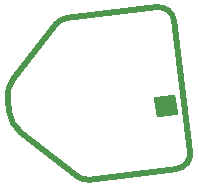
<source format=gbr>
*
G4_C Author: OrCAD GerbTool(tm) 8.1.1 Thu Jun 19 01:34:16 2003*
%LPD*%
%LNstifftop*%
%FSLAX34Y34*%
%MOIN*%
%AD*%
%AMD26R98*
20,1,0.027000,0.000000,-0.036000,0.000000,0.036000,98.100000*
%
%AMD26R97*
20,1,0.027000,0.000000,-0.036000,0.000000,0.036000,97.000000*
%
%ADD10C,0.010000*%
%ADD11C,0.020000*%
%ADD12D26R98*%
%ADD13D26R97*%
%ADD26R,0.027000X0.072000*%
G4_C OrCAD GerbTool Tool List *
G54D11*
G1X93239Y27090D2*
G75*
G3X92682Y27525I-496J-61D1*
G74*
G1X89637Y27151D1*
G75*
G3X89304Y26963I61J-496D1*
G74*
G1X90024Y21885D2*
G75*
G3X90392Y21783I308J395D1*
G74*
G1X93343Y22145D1*
G1X93778Y22703D2*
G1X93239Y27090D1*
G1X93343Y22145D2*
G75*
G3X93778Y22703I-61J496D1*
G74*
G1X90024Y21885D2*
G1X88126Y23368D1*
G75*
G2X87749Y24034I616J788D1*
G74*
G1X87700Y24434D1*
G1X87904Y25171D2*
G1X89304Y26963D1*
G1X87700Y24434D2*
G75*
G2X87904Y25171I993J122D1*
G74*
G54D13*
G1X92949Y24433D3*
G1X92973Y24235D3*
G1X92997Y24038D3*
M2*

</source>
